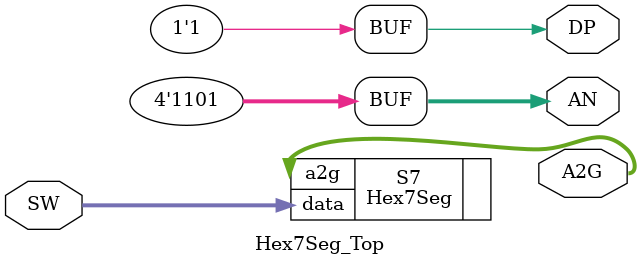
<source format=sv>
module Hex7Seg_Top(
    input  logic [3:0]SW,
    output logic [6:0]A2G,
    output logic [3:0]AN,
    output logic DP );
    
    assign AN = 4'b1101;    // �Ҳ�4����
    assign DP = 1;          // all dp off
    
    // ʵ���� 7�������
    Hex7Seg S7(.data(SW), .a2g(A2G));
endmodule
</source>
